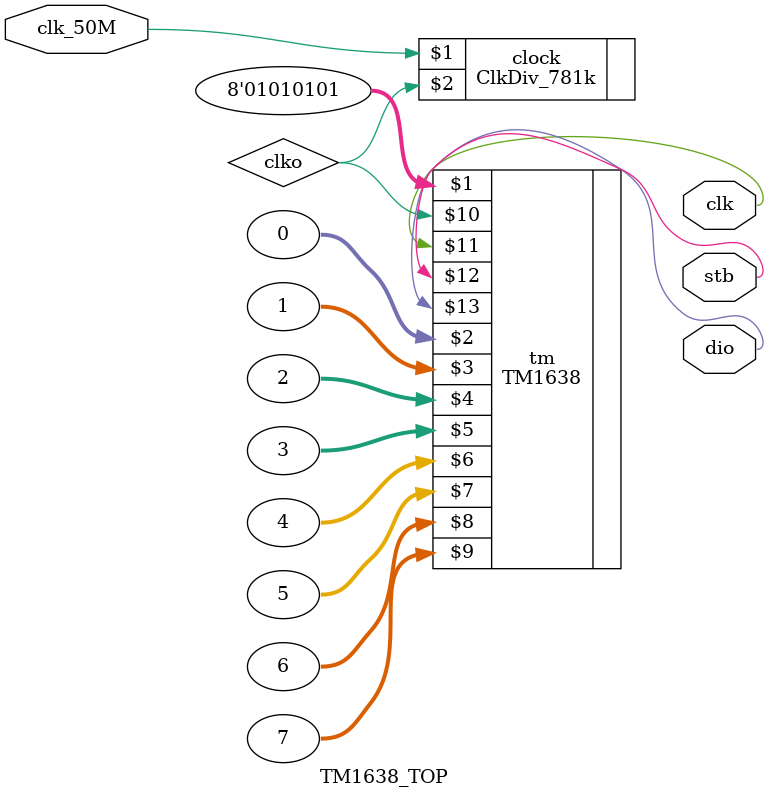
<source format=v>
`timescale 1ns / 1ps
module TM1638_TOP(
input clk_50M,
output wire clk,
output wire stb,
output wire dio
    );
wire clko;
ClkDiv_781k clock (clk_50M,clko);
wire [3:0] seg [7:0];
TM1638 tm (8'b01010101,0,1,2,3,4,5,6,7,
	clko,
	clk,
	stb,
	dio
	);

endmodule

</source>
